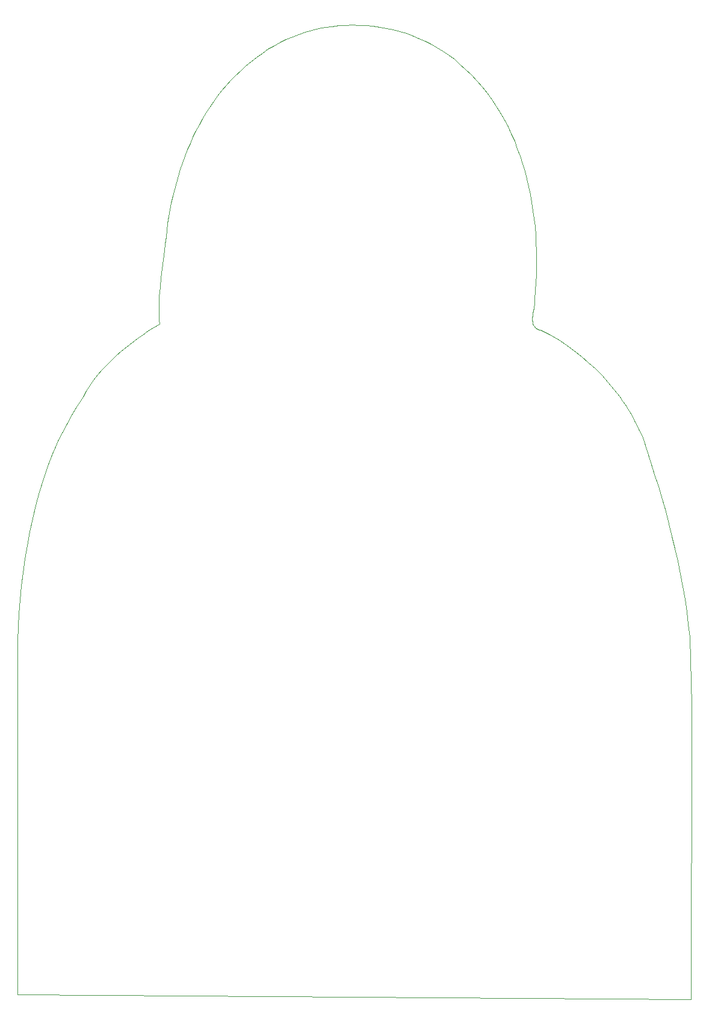
<source format=gbr>
%TF.GenerationSoftware,KiCad,Pcbnew,7.0.1*%
%TF.CreationDate,2023-09-13T18:48:41-05:00*%
%TF.ProjectId,Bsides-STL-Badge,42736964-6573-42d5-9354-4c2d42616467,rev?*%
%TF.SameCoordinates,Original*%
%TF.FileFunction,Profile,NP*%
%FSLAX46Y46*%
G04 Gerber Fmt 4.6, Leading zero omitted, Abs format (unit mm)*
G04 Created by KiCad (PCBNEW 7.0.1) date 2023-09-13 18:48:41*
%MOMM*%
%LPD*%
G01*
G04 APERTURE LIST*
%TA.AperFunction,Profile*%
%ADD10C,0.100000*%
%TD*%
G04 APERTURE END LIST*
D10*
X86632017Y-77563314D02*
X86259417Y-78451014D01*
X86259417Y-78451014D02*
X85901117Y-79344114D01*
X85901117Y-79344114D02*
X85226317Y-81145814D01*
X85226317Y-81145814D02*
X84606317Y-82966814D01*
X84606317Y-82966814D02*
X84039917Y-84805314D01*
X84039917Y-84805314D02*
X83525617Y-86659614D01*
X83525617Y-86659614D02*
X83062217Y-88528214D01*
X83062217Y-88528214D02*
X82648417Y-90409314D01*
X82648417Y-90409314D02*
X82282817Y-92301314D01*
X82282817Y-92301314D02*
X81964117Y-94202514D01*
X81964117Y-94202514D02*
X81691017Y-96111314D01*
X81691017Y-96111314D02*
X81462217Y-98025914D01*
X81462217Y-98025914D02*
X81276317Y-99944714D01*
X81276317Y-99944714D02*
X81132117Y-101866114D01*
X81132117Y-101866114D02*
X81028217Y-103788314D01*
X81028217Y-103788314D02*
X80963317Y-105709714D01*
X80963317Y-105709714D02*
X80936117Y-107628714D01*
X80936117Y-107628714D02*
X80979517Y-119604914D01*
X80979517Y-119604914D02*
X80982817Y-131582914D01*
X80982817Y-131582914D02*
X80973117Y-143560914D01*
X80973117Y-143560914D02*
X80977617Y-155537914D01*
X80977617Y-155537914D02*
X175702717Y-156167914D01*
X175702717Y-156167914D02*
X175687717Y-149800914D01*
X175687717Y-149800914D02*
X175714717Y-143432914D01*
X175714717Y-143432914D02*
X175806717Y-130696914D01*
X175806717Y-130696914D02*
X175825717Y-124328914D01*
X175825717Y-124328914D02*
X175819717Y-121144914D01*
X175819717Y-121144914D02*
X175798717Y-117961914D01*
X175798717Y-117961914D02*
X175759717Y-114778914D01*
X175759717Y-114778914D02*
X175700717Y-111596214D01*
X175700717Y-111596214D02*
X175618717Y-108414014D01*
X175618717Y-108414014D02*
X175510717Y-105232414D01*
X175510717Y-105232414D02*
X175321717Y-103438614D01*
X175321717Y-103438614D02*
X175093717Y-101650214D01*
X175093717Y-101650214D02*
X174829717Y-99867214D01*
X174829717Y-99867214D02*
X174530717Y-98089814D01*
X174530717Y-98089814D02*
X174198717Y-96317914D01*
X174198717Y-96317914D02*
X173835717Y-94551714D01*
X173835717Y-94551714D02*
X173443717Y-92791314D01*
X173443717Y-92791314D02*
X173024717Y-91036614D01*
X173024717Y-91036614D02*
X172579717Y-89287814D01*
X172579717Y-89287814D02*
X172110717Y-87544914D01*
X172110717Y-87544914D02*
X171620717Y-85808014D01*
X171620717Y-85808014D02*
X171110717Y-84077214D01*
X171110717Y-84077214D02*
X170582717Y-82352514D01*
X170582717Y-82352514D02*
X170037717Y-80634014D01*
X170037717Y-80634014D02*
X168907717Y-77215814D01*
X168907717Y-77215814D02*
X168647717Y-76602314D01*
X168647717Y-76602314D02*
X168373717Y-75996714D01*
X168373717Y-75996714D02*
X168085717Y-75399114D01*
X168085717Y-75399114D02*
X167783717Y-74809614D01*
X167783717Y-74809614D02*
X167467717Y-74228514D01*
X167467717Y-74228514D02*
X167137717Y-73655714D01*
X167137717Y-73655714D02*
X166795717Y-73091414D01*
X166795717Y-73091414D02*
X166439717Y-72535714D01*
X166439717Y-72535714D02*
X166071717Y-71988814D01*
X166071717Y-71988814D02*
X165690717Y-71450714D01*
X165690717Y-71450714D02*
X164893717Y-70401614D01*
X164893717Y-70401614D02*
X164050717Y-69389314D01*
X164050717Y-69389314D02*
X163163717Y-68414814D01*
X163163717Y-68414814D02*
X162234717Y-67479114D01*
X162234717Y-67479114D02*
X161266717Y-66583014D01*
X161266717Y-66583014D02*
X160260717Y-65727614D01*
X160260717Y-65727614D02*
X159219717Y-64913814D01*
X159219717Y-64913814D02*
X158144717Y-64142514D01*
X158144717Y-64142514D02*
X157039717Y-63414714D01*
X157039717Y-63414714D02*
X155905717Y-62731414D01*
X155905717Y-62731414D02*
X154744717Y-62093414D01*
X154744717Y-62093414D02*
X154532717Y-62045214D01*
X154532717Y-62045214D02*
X154340717Y-61986214D01*
X154340717Y-61986214D02*
X154170717Y-61916914D01*
X154170717Y-61916914D02*
X154019717Y-61837814D01*
X154019717Y-61837814D02*
X153887717Y-61749414D01*
X153887717Y-61749414D02*
X153772717Y-61652114D01*
X153772717Y-61652114D02*
X153674717Y-61546514D01*
X153674717Y-61546514D02*
X153591717Y-61432914D01*
X153591717Y-61432914D02*
X153523717Y-61312014D01*
X153523717Y-61312014D02*
X153469717Y-61184114D01*
X153469717Y-61184114D02*
X153398717Y-60909514D01*
X153398717Y-60909514D02*
X153369717Y-60613114D01*
X153369717Y-60613114D02*
X153374717Y-60298514D01*
X153374717Y-60298514D02*
X153406717Y-59969814D01*
X153406717Y-59969814D02*
X153457717Y-59630814D01*
X153457717Y-59630814D02*
X153584717Y-58937214D01*
X153584717Y-58937214D02*
X153689717Y-58248514D01*
X153689717Y-58248514D02*
X153714717Y-57915714D01*
X153714717Y-57915714D02*
X153710717Y-57595714D01*
X153710717Y-57595714D02*
X153804717Y-56491314D01*
X153804717Y-56491314D02*
X153877717Y-55379514D01*
X153877717Y-55379514D02*
X153928717Y-54261514D01*
X153928717Y-54261514D02*
X153957717Y-53138514D01*
X153957717Y-53138514D02*
X153962717Y-52011714D01*
X153962717Y-52011714D02*
X153944717Y-50882314D01*
X153944717Y-50882314D02*
X153902717Y-49751514D01*
X153902717Y-49751514D02*
X153834717Y-48620514D01*
X153834717Y-48620514D02*
X153742717Y-47490614D01*
X153742717Y-47490614D02*
X153623717Y-46362914D01*
X153623717Y-46362914D02*
X153477717Y-45238614D01*
X153477717Y-45238614D02*
X153304717Y-44119014D01*
X153304717Y-44119014D02*
X153103717Y-43005314D01*
X153103717Y-43005314D02*
X152874717Y-41898714D01*
X152874717Y-41898714D02*
X152615717Y-40800314D01*
X152615717Y-40800314D02*
X152327717Y-39711514D01*
X152327717Y-39711514D02*
X152008717Y-38633314D01*
X152008717Y-38633314D02*
X151658717Y-37567014D01*
X151658717Y-37567014D02*
X151276717Y-36513914D01*
X151276717Y-36513914D02*
X150862717Y-35475114D01*
X150862717Y-35475114D02*
X150415717Y-34451814D01*
X150415717Y-34451814D02*
X149934717Y-33445314D01*
X149934717Y-33445314D02*
X149419717Y-32456714D01*
X149419717Y-32456714D02*
X148869717Y-31487314D01*
X148869717Y-31487314D02*
X148284717Y-30538314D01*
X148284717Y-30538314D02*
X147664017Y-29610814D01*
X147664017Y-29610814D02*
X147006317Y-28706214D01*
X147006317Y-28706214D02*
X146311317Y-27825514D01*
X146311317Y-27825514D02*
X145578317Y-26970014D01*
X145578317Y-26970014D02*
X144806917Y-26141014D01*
X144806917Y-26141014D02*
X143996317Y-25339614D01*
X143996317Y-25339614D02*
X143145917Y-24566914D01*
X143145917Y-24566914D02*
X142399117Y-23946874D01*
X142399117Y-23946874D02*
X141626617Y-23363704D01*
X141626617Y-23363704D02*
X140830017Y-22817594D01*
X140830017Y-22817594D02*
X140011117Y-22308644D01*
X140011117Y-22308644D02*
X139171317Y-21836994D01*
X139171317Y-21836994D02*
X138312517Y-21402754D01*
X138312517Y-21402754D02*
X137436117Y-21006064D01*
X137436117Y-21006064D02*
X136543817Y-20647024D01*
X136543817Y-20647024D02*
X135637317Y-20325774D01*
X135637317Y-20325774D02*
X134718217Y-20042434D01*
X134718217Y-20042434D02*
X133788117Y-19797114D01*
X133788117Y-19797114D02*
X132848717Y-19589944D01*
X132848717Y-19589944D02*
X131901517Y-19421054D01*
X131901517Y-19421054D02*
X130948317Y-19290564D01*
X130948317Y-19290564D02*
X129990717Y-19198584D01*
X129990717Y-19198584D02*
X129030217Y-19145244D01*
X129030217Y-19145244D02*
X128068617Y-19130674D01*
X128068617Y-19130674D02*
X127107517Y-19154984D01*
X127107517Y-19154984D02*
X126148517Y-19218304D01*
X126148517Y-19218304D02*
X125193217Y-19320754D01*
X125193217Y-19320754D02*
X124243317Y-19462464D01*
X124243317Y-19462464D02*
X123300317Y-19643544D01*
X123300317Y-19643544D02*
X122366117Y-19864124D01*
X122366117Y-19864124D02*
X121442117Y-20124314D01*
X121442117Y-20124314D02*
X120530017Y-20424264D01*
X120530017Y-20424264D02*
X119631417Y-20764064D01*
X119631417Y-20764064D02*
X118748117Y-21143864D01*
X118748117Y-21143864D02*
X117881517Y-21563774D01*
X117881517Y-21563774D02*
X117033417Y-22023914D01*
X117033417Y-22023914D02*
X116205417Y-22524404D01*
X116205417Y-22524404D02*
X115399017Y-23065374D01*
X115399017Y-23065374D02*
X114616117Y-23646944D01*
X114616117Y-23646944D02*
X113831017Y-24245714D01*
X113831017Y-24245714D02*
X113073917Y-24870014D01*
X113073917Y-24870014D02*
X112344517Y-25518814D01*
X112344517Y-25518814D02*
X111642517Y-26191314D01*
X111642517Y-26191314D02*
X110967417Y-26886414D01*
X110967417Y-26886414D02*
X110319017Y-27603214D01*
X110319017Y-27603214D02*
X109696917Y-28340914D01*
X109696917Y-28340914D02*
X109100717Y-29098514D01*
X109100717Y-29098514D02*
X108530117Y-29875114D01*
X108530117Y-29875114D02*
X107984817Y-30669714D01*
X107984817Y-30669714D02*
X107464317Y-31481414D01*
X107464317Y-31481414D02*
X106968417Y-32309314D01*
X106968417Y-32309314D02*
X106496717Y-33152414D01*
X106496717Y-33152414D02*
X106048817Y-34009914D01*
X106048817Y-34009914D02*
X105624417Y-34880814D01*
X105624417Y-34880814D02*
X105223217Y-35764114D01*
X105223217Y-35764114D02*
X104844717Y-36659014D01*
X104844717Y-36659014D02*
X104488717Y-37564514D01*
X104488717Y-37564514D02*
X104154717Y-38479614D01*
X104154717Y-38479614D02*
X103842517Y-39403614D01*
X103842517Y-39403614D02*
X103551717Y-40335314D01*
X103551717Y-40335314D02*
X103281917Y-41273914D01*
X103281917Y-41273914D02*
X103032917Y-42218514D01*
X103032917Y-42218514D02*
X102804117Y-43168214D01*
X102804117Y-43168214D02*
X102595317Y-44121914D01*
X102595317Y-44121914D02*
X102406217Y-45078914D01*
X102406217Y-45078914D02*
X102236417Y-46038014D01*
X102236417Y-46038014D02*
X102085517Y-46998514D01*
X102085517Y-46998514D02*
X101953217Y-47959414D01*
X101953217Y-47959414D02*
X101839117Y-48919814D01*
X101839117Y-48919814D02*
X101742917Y-49878714D01*
X101742917Y-49878714D02*
X101664217Y-50835214D01*
X101664217Y-50835214D02*
X101305517Y-53402114D01*
X101305517Y-53402114D02*
X101137217Y-54689214D01*
X101137217Y-54689214D02*
X100993217Y-55978614D01*
X100993217Y-55978614D02*
X100886117Y-57270014D01*
X100886117Y-57270014D02*
X100828617Y-58563114D01*
X100828617Y-58563114D02*
X100822417Y-59210314D01*
X100822417Y-59210314D02*
X100833417Y-59857914D01*
X100833417Y-59857914D02*
X100863117Y-60505814D01*
X100863117Y-60505814D02*
X100913217Y-61154014D01*
X100913217Y-61154014D02*
X99373617Y-62148714D01*
X99373617Y-62148714D02*
X98598717Y-62673714D01*
X98598717Y-62673714D02*
X97825717Y-63217714D01*
X97825717Y-63217714D02*
X97058817Y-63781214D01*
X97058817Y-63781214D02*
X96302017Y-64364714D01*
X96302017Y-64364714D02*
X95559317Y-64968614D01*
X95559317Y-64968614D02*
X94834917Y-65593414D01*
X94834917Y-65593414D02*
X94132817Y-66239514D01*
X94132817Y-66239514D02*
X93457117Y-66907414D01*
X93457117Y-66907414D02*
X92811817Y-67597514D01*
X92811817Y-67597514D02*
X92201017Y-68310414D01*
X92201017Y-68310414D02*
X91628717Y-69046414D01*
X91628717Y-69046414D02*
X91099017Y-69806114D01*
X91099017Y-69806114D02*
X90616117Y-70589914D01*
X90616117Y-70589914D02*
X90183817Y-71398214D01*
X90183817Y-71398214D02*
X89348617Y-72698014D01*
X89348617Y-72698014D02*
X88687517Y-73780814D01*
X88687517Y-73780814D02*
X87886717Y-75213614D01*
X87886717Y-75213614D02*
X86632017Y-77563314D01*
X86632017Y-77563314D02*
X86632017Y-77563314D01*
X86632017Y-77563314D02*
X86632017Y-77563314D01*
M02*

</source>
